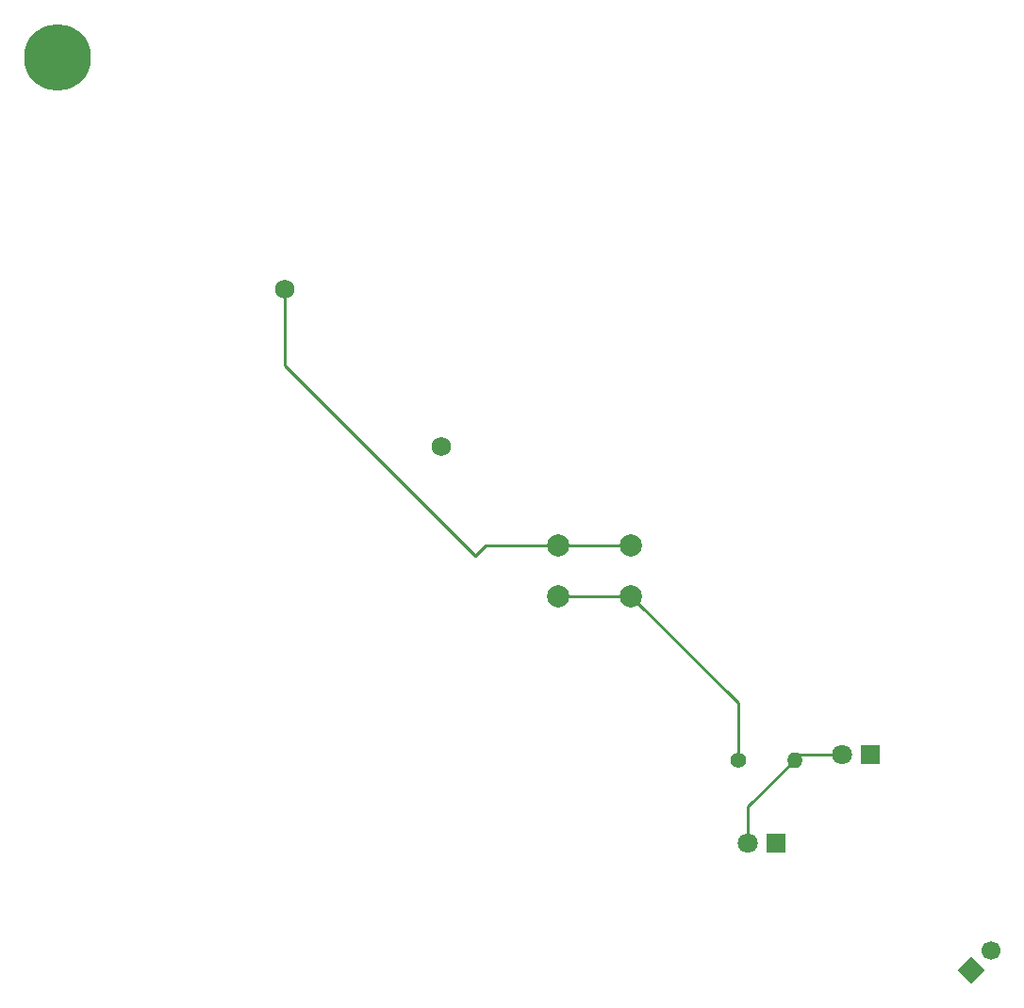
<source format=gbr>
%TF.GenerationSoftware,KiCad,Pcbnew,7.0.2*%
%TF.CreationDate,2023-05-28T20:46:54-05:00*%
%TF.ProjectId,torch-lts,746f7263-682d-46c7-9473-2e6b69636164,1.0*%
%TF.SameCoordinates,Original*%
%TF.FileFunction,Copper,L2,Bot*%
%TF.FilePolarity,Positive*%
%FSLAX46Y46*%
G04 Gerber Fmt 4.6, Leading zero omitted, Abs format (unit mm)*
G04 Created by KiCad (PCBNEW 7.0.2) date 2023-05-28 20:46:54*
%MOMM*%
%LPD*%
G01*
G04 APERTURE LIST*
G04 Aperture macros list*
%AMHorizOval*
0 Thick line with rounded ends*
0 $1 width*
0 $2 $3 position (X,Y) of the first rounded end (center of the circle)*
0 $4 $5 position (X,Y) of the second rounded end (center of the circle)*
0 Add line between two ends*
20,1,$1,$2,$3,$4,$5,0*
0 Add two circle primitives to create the rounded ends*
1,1,$1,$2,$3*
1,1,$1,$4,$5*%
%AMRotRect*
0 Rectangle, with rotation*
0 The origin of the aperture is its center*
0 $1 length*
0 $2 width*
0 $3 Rotation angle, in degrees counterclockwise*
0 Add horizontal line*
21,1,$1,$2,0,0,$3*%
G04 Aperture macros list end*
%TA.AperFunction,ComponentPad*%
%ADD10C,6.000000*%
%TD*%
%TA.AperFunction,ComponentPad*%
%ADD11C,1.752400*%
%TD*%
%TA.AperFunction,ComponentPad*%
%ADD12C,2.000000*%
%TD*%
%TA.AperFunction,ComponentPad*%
%ADD13C,1.400000*%
%TD*%
%TA.AperFunction,ComponentPad*%
%ADD14O,1.400000X1.400000*%
%TD*%
%TA.AperFunction,ComponentPad*%
%ADD15R,1.800000X1.800000*%
%TD*%
%TA.AperFunction,ComponentPad*%
%ADD16C,1.800000*%
%TD*%
%TA.AperFunction,ComponentPad*%
%ADD17RotRect,1.700000X1.700000X315.000000*%
%TD*%
%TA.AperFunction,ComponentPad*%
%ADD18HorizOval,1.700000X0.000000X0.000000X0.000000X0.000000X0*%
%TD*%
%TA.AperFunction,Conductor*%
%ADD19C,0.250000*%
%TD*%
G04 APERTURE END LIST*
D10*
%TO.P,REF\u002A\u002A,*%
%TO.N,*%
X90322400Y-56184800D03*
%TD*%
D11*
%TO.P,BT1,1,+*%
%TO.N,Net-(BT1-+)*%
X110673751Y-77023109D03*
%TO.P,BT1,2,-*%
%TO.N,GND*%
X124754792Y-91175992D03*
%TD*%
D12*
%TO.P,SW1,1,C*%
%TO.N,Net-(BT1-+)*%
X141775000Y-100075000D03*
X135275000Y-100075000D03*
%TO.P,SW1,2,D*%
%TO.N,Net-(SW1A-D)*%
X141775000Y-104575000D03*
X135275000Y-104575000D03*
%TD*%
D13*
%TO.P,R1,1*%
%TO.N,Net-(SW1A-D)*%
X151385000Y-119300000D03*
D14*
%TO.P,R1,2*%
%TO.N,VCC*%
X156465000Y-119300000D03*
%TD*%
D15*
%TO.P,D1,1,K*%
%TO.N,GND*%
X163245800Y-118795800D03*
D16*
%TO.P,D1,2,A*%
%TO.N,VCC*%
X160705800Y-118795800D03*
%TD*%
D17*
%TO.P,REF\u002A\u002A,1*%
%TO.N,N/C*%
X172300000Y-138250000D03*
D18*
%TO.P,REF\u002A\u002A,2*%
X174096051Y-136453949D03*
%TD*%
D15*
%TO.P,D2,1,K*%
%TO.N,GND*%
X154838400Y-126771400D03*
D16*
%TO.P,D2,2,A*%
%TO.N,VCC*%
X152298400Y-126771400D03*
%TD*%
D19*
%TO.N,Net-(SW1A-D)*%
X151385000Y-114185000D02*
X141775000Y-104575000D01*
X151385000Y-119300000D02*
X151385000Y-114185000D01*
%TO.N,VCC*%
X156969200Y-118795800D02*
X160705800Y-118795800D01*
X156465000Y-119300000D02*
X156969200Y-118795800D01*
X152298400Y-123466600D02*
X156465000Y-119300000D01*
X152298400Y-126771400D02*
X152298400Y-123466600D01*
%TO.N,Net-(BT1-+)*%
X110673751Y-83873751D02*
X127800000Y-101000000D01*
X110673751Y-77023109D02*
X110673751Y-83873751D01*
X128725000Y-100075000D02*
X135275000Y-100075000D01*
X135275000Y-100075000D02*
X141775000Y-100075000D01*
X127800000Y-101000000D02*
X128725000Y-100075000D01*
%TO.N,Net-(SW1A-D)*%
X135275000Y-104575000D02*
X141775000Y-104575000D01*
%TD*%
M02*

</source>
